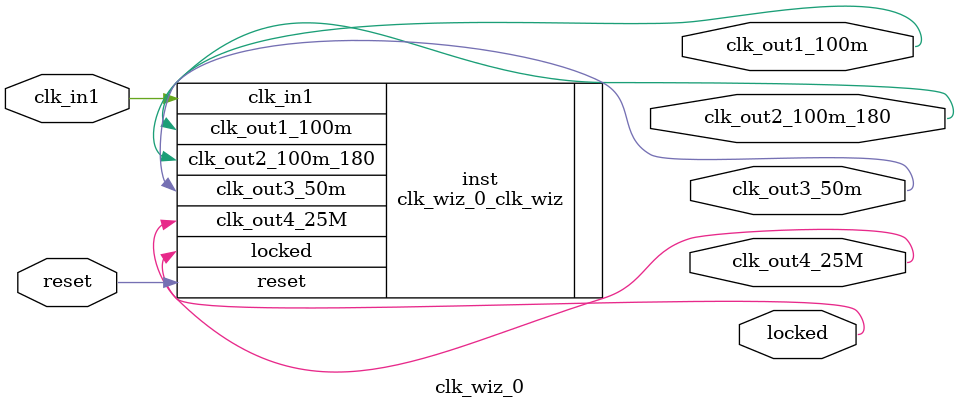
<source format=v>


`timescale 1ps/1ps

(* CORE_GENERATION_INFO = "clk_wiz_0,clk_wiz_v6_0_6_0_0,{component_name=clk_wiz_0,use_phase_alignment=true,use_min_o_jitter=false,use_max_i_jitter=false,use_dyn_phase_shift=false,use_inclk_switchover=false,use_dyn_reconfig=false,enable_axi=0,feedback_source=FDBK_AUTO,PRIMITIVE=MMCM,num_out_clk=4,clkin1_period=30.003,clkin2_period=10.0,use_power_down=false,use_reset=true,use_locked=true,use_inclk_stopped=false,feedback_type=SINGLE,CLOCK_MGR_TYPE=NA,manual_override=false}" *)

module clk_wiz_0 
 (
  // Clock out ports
  output        clk_out1_100m,
  output        clk_out2_100m_180,
  output        clk_out3_50m,
  output        clk_out4_25M,
  // Status and control signals
  input         reset,
  output        locked,
 // Clock in ports
  input         clk_in1
 );

  clk_wiz_0_clk_wiz inst
  (
  // Clock out ports  
  .clk_out1_100m(clk_out1_100m),
  .clk_out2_100m_180(clk_out2_100m_180),
  .clk_out3_50m(clk_out3_50m),
  .clk_out4_25M(clk_out4_25M),
  // Status and control signals               
  .reset(reset), 
  .locked(locked),
 // Clock in ports
  .clk_in1(clk_in1)
  );

endmodule

</source>
